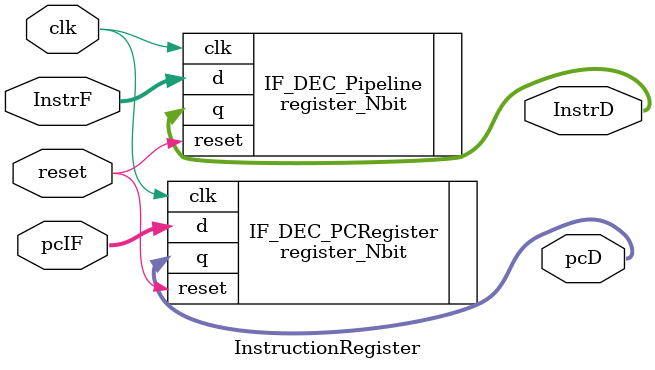
<source format=sv>
`timescale 1ns/10ps
module InstructionRegister(InstrF, InstrD, pcIF, pcD, clk, reset);
	input logic clk, reset;
	input logic [31:0] InstrF;
	input logic [63:0] pcIF;
	output logic [31:0] InstrD;
	output logic [63:0] pcD;
	
	
	register_Nbit #(.N(64)) IF_DEC_PCRegister(.q(pcD), .d(pcIF), .clk(clk), .reset(reset));
	register_Nbit #(.N(32)) IF_DEC_Pipeline(.q(InstrD), .d(InstrF), .clk(clk), .reset(reset));
endmodule 
</source>
